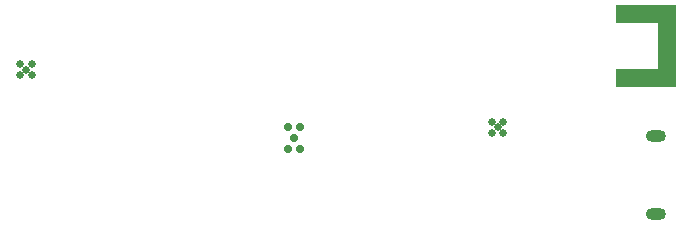
<source format=gbs>
G04*
G04 #@! TF.GenerationSoftware,Altium Limited,Altium Designer,24.1.0 (36)*
G04*
G04 Layer_Color=16711935*
%FSLAX44Y44*%
%MOMM*%
G71*
G04*
G04 #@! TF.SameCoordinates,419B32F7-A19B-4B02-8D27-CA0E7DC0472F*
G04*
G04*
G04 #@! TF.FilePolarity,Negative*
G04*
G01*
G75*
%ADD46R,5.1016X1.5016*%
%ADD70O,1.7016X1.0016*%
%ADD71C,0.6532*%
%ADD72C,0.7016*%
G36*
X685000Y175000D02*
X700000D01*
Y134000D01*
X685000D01*
Y175000D01*
D02*
G37*
D46*
X674500Y128000D02*
D03*
Y182000D02*
D03*
D70*
X683500Y13000D02*
D03*
Y79000D02*
D03*
D71*
X145022Y130128D02*
D03*
X150000Y135000D02*
D03*
X154953Y130059D02*
D03*
X144981Y140059D02*
D03*
X155000Y140000D02*
D03*
X549000Y86000D02*
D03*
X544065Y81019D02*
D03*
X554000Y91000D02*
D03*
X554043Y81019D02*
D03*
X544000Y91000D02*
D03*
D72*
X382000Y68000D02*
D03*
X372000D02*
D03*
X382000Y86000D02*
D03*
X372000D02*
D03*
X377000Y77000D02*
D03*
M02*

</source>
